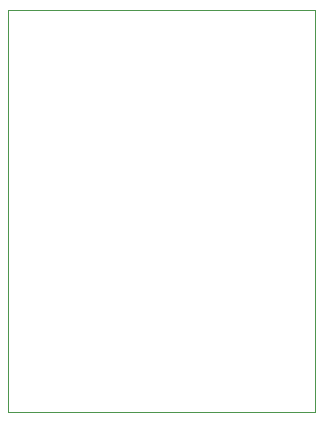
<source format=gbr>
%TF.GenerationSoftware,KiCad,Pcbnew,8.0.8-8.0.8-0~ubuntu24.04.1*%
%TF.CreationDate,2025-05-21T20:48:51+05:30*%
%TF.ProjectId,2,322e6b69-6361-4645-9f70-636258585858,rev?*%
%TF.SameCoordinates,Original*%
%TF.FileFunction,Profile,NP*%
%FSLAX46Y46*%
G04 Gerber Fmt 4.6, Leading zero omitted, Abs format (unit mm)*
G04 Created by KiCad (PCBNEW 8.0.8-8.0.8-0~ubuntu24.04.1) date 2025-05-21 20:48:51*
%MOMM*%
%LPD*%
G01*
G04 APERTURE LIST*
%TA.AperFunction,Profile*%
%ADD10C,0.050000*%
%TD*%
G04 APERTURE END LIST*
D10*
X141500000Y-49000000D02*
X167500000Y-49000000D01*
X167500000Y-83000000D01*
X141500000Y-83000000D01*
X141500000Y-49000000D01*
M02*

</source>
